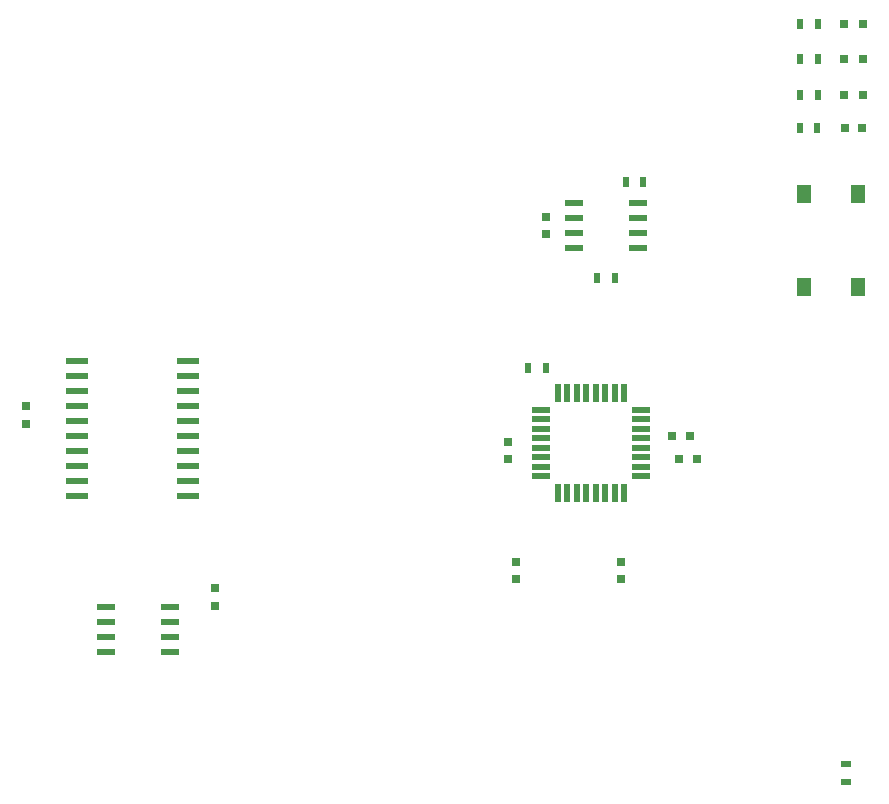
<source format=gtp>
G04 #@! TF.FileFunction,Paste,Top*
%FSLAX46Y46*%
G04 Gerber Fmt 4.6, Leading zero omitted, Abs format (unit mm)*
G04 Created by KiCad (PCBNEW 4.0.6) date Monday, August 21, 2017 'PMt' 07:13:58 PM*
%MOMM*%
%LPD*%
G01*
G04 APERTURE LIST*
%ADD10C,0.100000*%
%ADD11R,1.600000X0.550000*%
%ADD12R,0.550000X1.600000*%
%ADD13R,0.500000X0.900000*%
%ADD14R,1.300000X1.550000*%
%ADD15R,0.800000X0.750000*%
%ADD16R,0.750000X0.800000*%
%ADD17R,0.797560X0.797560*%
%ADD18R,0.900000X0.500000*%
%ADD19R,1.550000X0.600000*%
%ADD20R,0.800000X0.800000*%
%ADD21R,1.950000X0.600000*%
G04 APERTURE END LIST*
D10*
D11*
X163517000Y-91688000D03*
X163517000Y-92488000D03*
X163517000Y-93288000D03*
X163517000Y-94088000D03*
X163517000Y-94888000D03*
X163517000Y-95688000D03*
X163517000Y-96488000D03*
X163517000Y-97288000D03*
D12*
X164967000Y-98738000D03*
X165767000Y-98738000D03*
X166567000Y-98738000D03*
X167367000Y-98738000D03*
X168167000Y-98738000D03*
X168967000Y-98738000D03*
X169767000Y-98738000D03*
X170567000Y-98738000D03*
D11*
X172017000Y-97288000D03*
X172017000Y-96488000D03*
X172017000Y-95688000D03*
X172017000Y-94888000D03*
X172017000Y-94088000D03*
X172017000Y-93288000D03*
X172017000Y-92488000D03*
X172017000Y-91688000D03*
D12*
X170567000Y-90238000D03*
X169767000Y-90238000D03*
X168967000Y-90238000D03*
X168167000Y-90238000D03*
X167367000Y-90238000D03*
X166567000Y-90238000D03*
X165767000Y-90238000D03*
X164967000Y-90238000D03*
D13*
X170700000Y-72390000D03*
X172200000Y-72390000D03*
D14*
X185837000Y-81318000D03*
X185837000Y-73368000D03*
X190337000Y-81318000D03*
X190337000Y-73368000D03*
D15*
X176737000Y-95858000D03*
X175237000Y-95858000D03*
D16*
X160782000Y-95873000D03*
X160782000Y-94373000D03*
D15*
X176137000Y-93853000D03*
X174637000Y-93853000D03*
D16*
X163957000Y-76823000D03*
X163957000Y-75323000D03*
X161417000Y-104533000D03*
X161417000Y-106033000D03*
X170307000Y-106033000D03*
X170307000Y-104533000D03*
D17*
X189242700Y-67818000D03*
X190741300Y-67818000D03*
D13*
X169787000Y-80518000D03*
X168287000Y-80518000D03*
X162457000Y-88138000D03*
X163957000Y-88138000D03*
X185432000Y-67818000D03*
X186932000Y-67818000D03*
D18*
X189357000Y-123178000D03*
X189357000Y-121678000D03*
D19*
X166337000Y-74168000D03*
X166337000Y-75438000D03*
X166337000Y-76708000D03*
X166337000Y-77978000D03*
X171737000Y-77978000D03*
X171737000Y-76708000D03*
X171737000Y-75438000D03*
X171737000Y-74168000D03*
D16*
X135900000Y-106750000D03*
X135900000Y-108250000D03*
X119900000Y-92850000D03*
X119900000Y-91350000D03*
D20*
X189200000Y-65000000D03*
X190800000Y-65000000D03*
X189200000Y-62000000D03*
X190800000Y-62000000D03*
X189200000Y-59000000D03*
X190800000Y-59000000D03*
D21*
X124281200Y-87503000D03*
X124281200Y-88773000D03*
X124281200Y-90043000D03*
X124281200Y-91313000D03*
X124281200Y-92583000D03*
X124281200Y-93853000D03*
X124281200Y-95123000D03*
X124281200Y-96393000D03*
X124281200Y-97663000D03*
X124281200Y-98933000D03*
X133681200Y-98933000D03*
X133681200Y-97663000D03*
X133681200Y-96393000D03*
X133681200Y-95123000D03*
X133681200Y-93853000D03*
X133681200Y-92583000D03*
X133681200Y-91313000D03*
X133681200Y-90043000D03*
X133681200Y-88773000D03*
X133681200Y-87503000D03*
D13*
X185500000Y-65000000D03*
X187000000Y-65000000D03*
X185500000Y-62000000D03*
X187000000Y-62000000D03*
X185500000Y-59000000D03*
X187000000Y-59000000D03*
D19*
X126711400Y-108385800D03*
X126711400Y-109655800D03*
X126711400Y-110925800D03*
X126711400Y-112195800D03*
X132111400Y-112195800D03*
X132111400Y-110925800D03*
X132111400Y-109655800D03*
X132111400Y-108385800D03*
M02*

</source>
